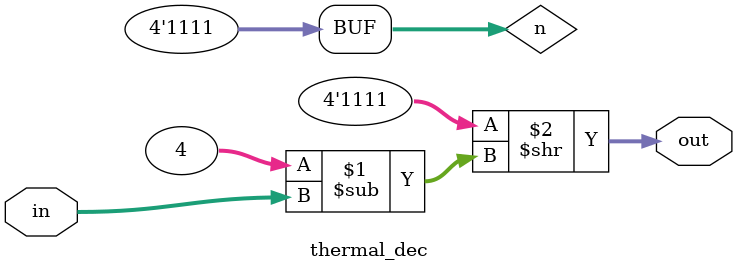
<source format=v>
module thermal_dec (
	in,
	out
	);
parameter N = 4;
input wire [$clog2(N)-1:0] in;
output wire [N-1:0] out;
wire [N-1:0] n = {N{1'b1}};
assign out = n >> (N - in);
endmodule
</source>
